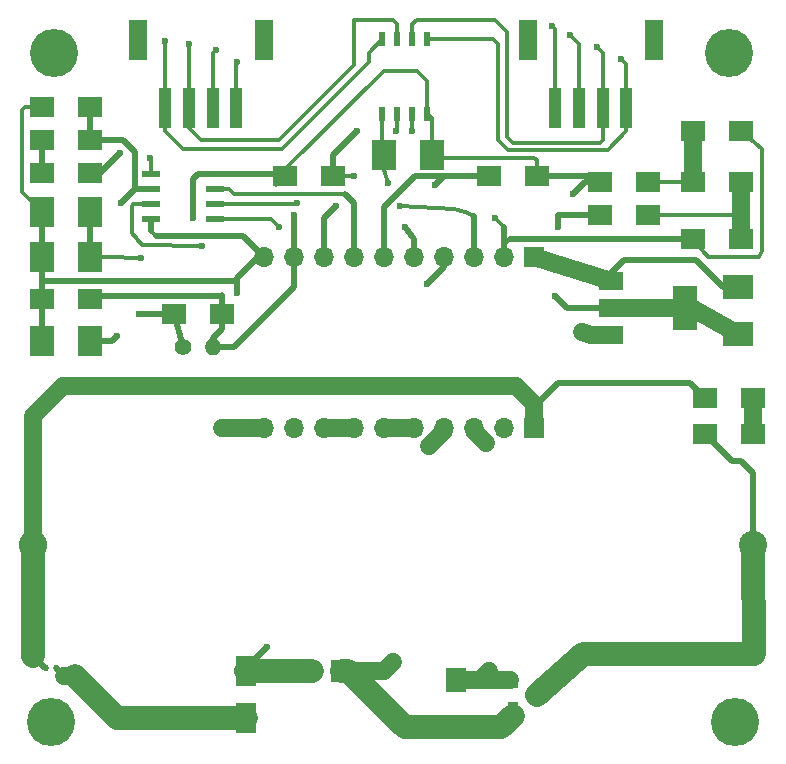
<source format=gbr>
G04 #@! TF.FileFunction,Copper,L1,Top,Signal*
%FSLAX46Y46*%
G04 Gerber Fmt 4.6, Leading zero omitted, Abs format (unit mm)*
G04 Created by KiCad (PCBNEW 4.0.7) date 11/13/17 23:34:04*
%MOMM*%
%LPD*%
G01*
G04 APERTURE LIST*
%ADD10C,0.100000*%
%ADD11C,4.064000*%
%ADD12R,2.500000X2.000000*%
%ADD13R,2.000000X2.500000*%
%ADD14R,1.000000X3.500000*%
%ADD15R,1.500000X3.400000*%
%ADD16R,2.000000X1.700000*%
%ADD17R,1.700000X2.000000*%
%ADD18R,2.000000X3.800000*%
%ADD19R,2.000000X1.500000*%
%ADD20R,1.550000X0.600000*%
%ADD21R,0.400000X0.600000*%
%ADD22R,0.900000X0.800000*%
%ADD23R,0.508000X1.143000*%
%ADD24C,1.400000*%
%ADD25O,1.400000X1.400000*%
%ADD26R,1.700000X1.700000*%
%ADD27O,1.700000X1.700000*%
%ADD28R,1.850000X1.850000*%
%ADD29C,1.850000*%
%ADD30C,2.400000*%
%ADD31O,2.400000X2.400000*%
%ADD32R,1.800000X2.500000*%
%ADD33C,0.600000*%
%ADD34C,1.500000*%
%ADD35C,0.350000*%
%ADD36C,2.000000*%
%ADD37C,0.500000*%
G04 APERTURE END LIST*
D10*
D11*
X165862000Y-116078000D03*
X107950000Y-116078000D03*
X108204000Y-59436000D03*
D12*
X166116000Y-83280000D03*
X166116000Y-79280000D03*
D13*
X107220000Y-76708000D03*
X111220000Y-76708000D03*
X111220000Y-83820000D03*
X107220000Y-83820000D03*
X111220000Y-72898000D03*
X107220000Y-72898000D03*
X140176000Y-68072000D03*
X136176000Y-68072000D03*
D14*
X123650000Y-64089000D03*
X121650000Y-64089000D03*
X119650000Y-64089000D03*
X117650000Y-64089000D03*
D15*
X126000000Y-58339000D03*
X115300000Y-58339000D03*
D16*
X163354000Y-91694000D03*
X167354000Y-91694000D03*
X118396000Y-81534000D03*
X122396000Y-81534000D03*
X111220000Y-80264000D03*
X107220000Y-80264000D03*
X111220000Y-69596000D03*
X107220000Y-69596000D03*
X107220000Y-66802000D03*
X111220000Y-66802000D03*
X111220000Y-64008000D03*
X107220000Y-64008000D03*
X127794000Y-69850000D03*
X131794000Y-69850000D03*
D17*
X142240000Y-112554000D03*
X142240000Y-116554000D03*
D16*
X145066000Y-69850000D03*
X149066000Y-69850000D03*
D18*
X161646000Y-81026000D03*
D19*
X155346000Y-81026000D03*
X155346000Y-83326000D03*
X155346000Y-78726000D03*
D20*
X116426000Y-69723000D03*
X116426000Y-70993000D03*
X116426000Y-72263000D03*
X116426000Y-73533000D03*
X121826000Y-73533000D03*
X121826000Y-72263000D03*
X121826000Y-70993000D03*
X121826000Y-69723000D03*
D21*
X107500000Y-111506000D03*
X108400000Y-111506000D03*
D22*
X147082000Y-112842000D03*
X147082000Y-114742000D03*
X149082000Y-113792000D03*
D16*
X154464000Y-70358000D03*
X158464000Y-70358000D03*
D23*
X139827000Y-64643000D03*
X138557000Y-64643000D03*
X137287000Y-64643000D03*
X136017000Y-64643000D03*
X136017000Y-58293000D03*
X137287000Y-58293000D03*
X138557000Y-58293000D03*
X139827000Y-58293000D03*
D14*
X156670000Y-64089000D03*
X154670000Y-64089000D03*
X152670000Y-64089000D03*
X150670000Y-64089000D03*
D15*
X159020000Y-58339000D03*
X148320000Y-58339000D03*
D16*
X158464000Y-73152000D03*
X154464000Y-73152000D03*
X162338000Y-70358000D03*
X166338000Y-70358000D03*
D24*
X119126000Y-84328000D03*
D25*
X121666000Y-84328000D03*
D26*
X148844000Y-91186000D03*
D27*
X146304000Y-91186000D03*
X143764000Y-91186000D03*
X141224000Y-91186000D03*
X138684000Y-91186000D03*
X136144000Y-91186000D03*
X133604000Y-91186000D03*
X131064000Y-91186000D03*
X128524000Y-91186000D03*
X125984000Y-91186000D03*
D26*
X148844000Y-76708000D03*
D27*
X146304000Y-76708000D03*
X143764000Y-76708000D03*
X141224000Y-76708000D03*
X138684000Y-76708000D03*
X136144000Y-76708000D03*
X133604000Y-76708000D03*
X131064000Y-76708000D03*
X128524000Y-76708000D03*
X125984000Y-76708000D03*
D16*
X167354000Y-88646000D03*
X163354000Y-88646000D03*
X166338000Y-66040000D03*
X162338000Y-66040000D03*
X166338000Y-75184000D03*
X162338000Y-75184000D03*
D28*
X132588000Y-111760000D03*
D29*
X130088000Y-111760000D03*
D30*
X167386000Y-101092000D03*
D31*
X106426000Y-101092000D03*
D32*
X124460000Y-115792000D03*
X124460000Y-111792000D03*
D11*
X165354000Y-59436000D03*
D33*
X122428000Y-91186000D03*
X136906000Y-110998000D03*
X120015000Y-73406000D03*
X115443000Y-81534000D03*
X152146000Y-71374000D03*
X152908000Y-83058000D03*
X115570000Y-76835000D03*
X145542000Y-73406000D03*
X128778000Y-72136000D03*
X126238000Y-109728000D03*
X144780000Y-92456000D03*
X113919000Y-72136000D03*
X113538000Y-83439000D03*
X156210000Y-59944000D03*
X123698000Y-60198000D03*
X154178000Y-58928000D03*
X121920000Y-59182000D03*
X151892000Y-57912000D03*
X119634000Y-58674000D03*
X150368000Y-57150000D03*
X117602000Y-58420000D03*
X136525000Y-70485000D03*
X150876000Y-74168000D03*
X123698000Y-79756000D03*
X150622000Y-80010000D03*
X139954000Y-92710000D03*
X145034000Y-111760000D03*
X113792000Y-67945000D03*
X137541000Y-72390000D03*
X139827000Y-78994000D03*
X120777000Y-75819000D03*
X137922000Y-74168000D03*
X127254000Y-74168000D03*
X140462000Y-70612000D03*
X138557000Y-66040000D03*
X137160000Y-66040000D03*
X133858000Y-66040000D03*
X133604000Y-69850000D03*
X132080000Y-72390000D03*
X116332000Y-68326000D03*
X128524000Y-73152000D03*
D34*
X132588000Y-111760000D02*
X136144000Y-111760000D01*
X122428000Y-91186000D02*
X125984000Y-91186000D01*
X136144000Y-111760000D02*
X136906000Y-110998000D01*
D35*
X147082000Y-114742000D02*
X147082000Y-115554000D01*
D36*
X146082000Y-116554000D02*
X142240000Y-116554000D01*
X147082000Y-115554000D02*
X146082000Y-116554000D01*
X132588000Y-111760000D02*
X133096000Y-111760000D01*
X137890000Y-116554000D02*
X142240000Y-116554000D01*
X133096000Y-111760000D02*
X137890000Y-116554000D01*
D35*
X147082000Y-114742000D02*
X146878000Y-114742000D01*
D34*
X106426000Y-90170000D02*
X106426000Y-101092000D01*
X108966000Y-87630000D02*
X106426000Y-90170000D01*
X147320000Y-87630000D02*
X108966000Y-87630000D01*
D37*
X163354000Y-88646000D02*
X163322000Y-88646000D01*
X163322000Y-88646000D02*
X162052000Y-87376000D01*
X162052000Y-87376000D02*
X150876000Y-87376000D01*
X107500000Y-111506000D02*
X107442000Y-111506000D01*
X107442000Y-111506000D02*
X106426000Y-110490000D01*
D36*
X106426000Y-110490000D02*
X106426000Y-101092000D01*
D34*
X148844000Y-91186000D02*
X148844000Y-89154000D01*
X148844000Y-89154000D02*
X147320000Y-87630000D01*
D37*
X148844000Y-89408000D02*
X148844000Y-91186000D01*
X150876000Y-87376000D02*
X148844000Y-89408000D01*
X121826000Y-69723000D02*
X120396000Y-69723000D01*
X120015000Y-70104000D02*
X120015000Y-73406000D01*
X120396000Y-69723000D02*
X120015000Y-70104000D01*
X118396000Y-81534000D02*
X115443000Y-81534000D01*
X153162000Y-70358000D02*
X154464000Y-70358000D01*
X152146000Y-71374000D02*
X153162000Y-70358000D01*
X149066000Y-69850000D02*
X153956000Y-69850000D01*
D35*
X153956000Y-69850000D02*
X154464000Y-70358000D01*
X149066000Y-69850000D02*
X149066000Y-68548000D01*
X148844000Y-68326000D02*
X140430000Y-68326000D01*
X149066000Y-68548000D02*
X148844000Y-68326000D01*
X140430000Y-68326000D02*
X140176000Y-68072000D01*
X127794000Y-69850000D02*
X127794000Y-69310000D01*
X127794000Y-69310000D02*
X136144000Y-60960000D01*
X139827000Y-61849000D02*
X139827000Y-64643000D01*
X138938000Y-60960000D02*
X139827000Y-61849000D01*
X136144000Y-60960000D02*
X138938000Y-60960000D01*
X140938000Y-68834000D02*
X140176000Y-68072000D01*
D37*
X111220000Y-72898000D02*
X111220000Y-76708000D01*
D35*
X140176000Y-68072000D02*
X140176000Y-64992000D01*
X140176000Y-64992000D02*
X139827000Y-64643000D01*
X140430000Y-68326000D02*
X140176000Y-68072000D01*
D37*
X121826000Y-69723000D02*
X127667000Y-69723000D01*
D35*
X127667000Y-69723000D02*
X127794000Y-69850000D01*
X127794000Y-69850000D02*
X127794000Y-69564000D01*
X127286000Y-70358000D02*
X127794000Y-69850000D01*
X154210000Y-70104000D02*
X154464000Y-70358000D01*
X141097000Y-68993000D02*
X140176000Y-68072000D01*
X111220000Y-72898000D02*
X111220000Y-73628000D01*
D34*
X155346000Y-83326000D02*
X153656000Y-83326000D01*
X153656000Y-83326000D02*
X152908000Y-83058000D01*
D37*
X153924000Y-70358000D02*
X154464000Y-70358000D01*
D35*
X127032000Y-70612000D02*
X127794000Y-69850000D01*
X115570000Y-76835000D02*
X112776000Y-76708000D01*
X112776000Y-76708000D02*
X111220000Y-76708000D01*
X111220000Y-72898000D02*
X112014000Y-72898000D01*
X112014000Y-72898000D02*
X111920000Y-72992000D01*
X155346000Y-83326000D02*
X155346000Y-83464000D01*
X119126000Y-84328000D02*
X119126000Y-84296000D01*
D37*
X119126000Y-84296000D02*
X118396000Y-81534000D01*
D36*
X124460000Y-115792000D02*
X113570000Y-115792000D01*
D37*
X109098000Y-112204000D02*
X108400000Y-111506000D01*
D34*
X109982000Y-112204000D02*
X109098000Y-112204000D01*
D36*
X113570000Y-115792000D02*
X109982000Y-112204000D01*
D34*
X167354000Y-88646000D02*
X167354000Y-91694000D01*
D35*
X167354000Y-91694000D02*
X167354000Y-91218000D01*
X121826000Y-72263000D02*
X128651000Y-72263000D01*
D37*
X146304000Y-74168000D02*
X146304000Y-76708000D01*
D35*
X145542000Y-73406000D02*
X146304000Y-74168000D01*
X128651000Y-72263000D02*
X128778000Y-72136000D01*
X146304000Y-76708000D02*
X146304000Y-75692000D01*
D37*
X146812000Y-75184000D02*
X162338000Y-75184000D01*
D35*
X146304000Y-75692000D02*
X146812000Y-75184000D01*
X162338000Y-75184000D02*
X162338000Y-75216000D01*
X162338000Y-75216000D02*
X163576000Y-76708000D01*
X163576000Y-76708000D02*
X167894000Y-76708000D01*
X167894000Y-76708000D02*
X168148000Y-76200000D01*
X168148000Y-76200000D02*
X168148000Y-67564000D01*
X168148000Y-67564000D02*
X166338000Y-66040000D01*
X158464000Y-73152000D02*
X166338000Y-73152000D01*
X166338000Y-73152000D02*
X165862000Y-73152000D01*
X165862000Y-73152000D02*
X166338000Y-73152000D01*
D34*
X166338000Y-70358000D02*
X166338000Y-73152000D01*
X166338000Y-73152000D02*
X166338000Y-75184000D01*
D37*
X143764000Y-91186000D02*
X143764000Y-91440000D01*
D34*
X143764000Y-91440000D02*
X144780000Y-92456000D01*
D37*
X126238000Y-109728000D02*
X124460000Y-111506000D01*
X124460000Y-111506000D02*
X124460000Y-111792000D01*
D36*
X124460000Y-111792000D02*
X130056000Y-111792000D01*
D35*
X130056000Y-111792000D02*
X130088000Y-111760000D01*
D37*
X167386000Y-101092000D02*
X167386000Y-94996000D01*
X165640000Y-93980000D02*
X163354000Y-91694000D01*
X166370000Y-93980000D02*
X165640000Y-93980000D01*
X167386000Y-94996000D02*
X166370000Y-93980000D01*
D35*
X164084000Y-92424000D02*
X163354000Y-91694000D01*
D36*
X149082000Y-113792000D02*
X153035000Y-110363000D01*
X153035000Y-110363000D02*
X167513000Y-110363000D01*
X167513000Y-110363000D02*
X167386000Y-101092000D01*
X167354000Y-101060000D02*
X167386000Y-101092000D01*
D35*
X149082000Y-113792000D02*
X149098000Y-113792000D01*
D37*
X111220000Y-83820000D02*
X113157000Y-83820000D01*
X113919000Y-72136000D02*
X115062000Y-70993000D01*
X113157000Y-83820000D02*
X113538000Y-83439000D01*
X115062000Y-70993000D02*
X116426000Y-70993000D01*
X111220000Y-66802000D02*
X114046000Y-66802000D01*
X115062000Y-67818000D02*
X115062000Y-70993000D01*
X114046000Y-66802000D02*
X115062000Y-67818000D01*
D35*
X111220000Y-66802000D02*
X110998000Y-66802000D01*
D37*
X115062000Y-70993000D02*
X116426000Y-70993000D01*
X111220000Y-66802000D02*
X111220000Y-64008000D01*
D35*
X158464000Y-70358000D02*
X162338000Y-70358000D01*
D34*
X162338000Y-70358000D02*
X162338000Y-66040000D01*
D35*
X156670000Y-64089000D02*
X156670000Y-66088000D01*
X145415000Y-58293000D02*
X139827000Y-58293000D01*
X145796000Y-58674000D02*
X145415000Y-58293000D01*
X145796000Y-66802000D02*
X145796000Y-58674000D01*
X146650002Y-67656002D02*
X145796000Y-66802000D01*
X155101998Y-67656002D02*
X146650002Y-67656002D01*
X156670000Y-66088000D02*
X155101998Y-67656002D01*
X123650000Y-64089000D02*
X123650000Y-60246000D01*
X156670000Y-60404000D02*
X156670000Y-64089000D01*
X156210000Y-59944000D02*
X156670000Y-60404000D01*
X123650000Y-60246000D02*
X123698000Y-60198000D01*
X138557000Y-58293000D02*
X138557000Y-57023000D01*
X154670000Y-66818000D02*
X154670000Y-64089000D01*
X154432000Y-67056000D02*
X154670000Y-66818000D01*
X147066000Y-67056000D02*
X154432000Y-67056000D01*
X146558000Y-66548000D02*
X147066000Y-67056000D01*
X146558000Y-57658000D02*
X146558000Y-66548000D01*
X145542000Y-56642000D02*
X146558000Y-57658000D01*
X138938000Y-56642000D02*
X145542000Y-56642000D01*
X138557000Y-57023000D02*
X138938000Y-56642000D01*
X121650000Y-64089000D02*
X121650000Y-59452000D01*
X154670000Y-59420000D02*
X154670000Y-64089000D01*
X154178000Y-58928000D02*
X154670000Y-59420000D01*
X121650000Y-59452000D02*
X121920000Y-59182000D01*
X119650000Y-64089000D02*
X119650000Y-65802000D01*
X119650000Y-65802000D02*
X120650000Y-66802000D01*
X137287000Y-57023000D02*
X137287000Y-58293000D01*
X136906000Y-56642000D02*
X137287000Y-57023000D01*
X133604000Y-56642000D02*
X136906000Y-56642000D01*
X133604000Y-60452000D02*
X133604000Y-56642000D01*
X127254000Y-66802000D02*
X133604000Y-60452000D01*
X120650000Y-66802000D02*
X127254000Y-66802000D01*
X119650000Y-64089000D02*
X119650000Y-58690000D01*
X152670000Y-58690000D02*
X152670000Y-64089000D01*
X151892000Y-57912000D02*
X152670000Y-58690000D01*
X119650000Y-58690000D02*
X119634000Y-58674000D01*
X117650000Y-64089000D02*
X117650000Y-66088000D01*
X134874000Y-59436000D02*
X136017000Y-58293000D01*
X134874000Y-60198000D02*
X134874000Y-59436000D01*
X127508000Y-67564000D02*
X134874000Y-60198000D01*
X119126000Y-67564000D02*
X127508000Y-67564000D01*
X117650000Y-66088000D02*
X119126000Y-67564000D01*
X117650000Y-64089000D02*
X117650000Y-58468000D01*
X150670000Y-57452000D02*
X150670000Y-64089000D01*
X150368000Y-57150000D02*
X150670000Y-57452000D01*
X117650000Y-58468000D02*
X117602000Y-58420000D01*
D37*
X107220000Y-69596000D02*
X107220000Y-66802000D01*
D35*
X107220000Y-64008000D02*
X105791000Y-64008000D01*
X105537000Y-71215000D02*
X107220000Y-72898000D01*
X105537000Y-64262000D02*
X105537000Y-71215000D01*
X105791000Y-64008000D02*
X105537000Y-64262000D01*
D37*
X107220000Y-76708000D02*
X107220000Y-72898000D01*
X107220000Y-83820000D02*
X107220000Y-80264000D01*
D35*
X136176000Y-69374000D02*
X136176000Y-68072000D01*
X136525000Y-70485000D02*
X136176000Y-69374000D01*
D37*
X150876000Y-73152000D02*
X154464000Y-73152000D01*
X150876000Y-74168000D02*
X150876000Y-73152000D01*
X116426000Y-73533000D02*
X116426000Y-74516000D01*
X124206000Y-74930000D02*
X125984000Y-76708000D01*
X116840000Y-74930000D02*
X124206000Y-74930000D01*
D35*
X116426000Y-74516000D02*
X116840000Y-74930000D01*
D37*
X107220000Y-78740000D02*
X123698000Y-78740000D01*
D35*
X136017000Y-64643000D02*
X136017000Y-67913000D01*
X136017000Y-67913000D02*
X136176000Y-68072000D01*
D37*
X125984000Y-76708000D02*
X125476000Y-76708000D01*
X125476000Y-76708000D02*
X123698000Y-78486000D01*
X123698000Y-78486000D02*
X123698000Y-78740000D01*
X151638000Y-81026000D02*
X155346000Y-81026000D01*
X123698000Y-78740000D02*
X123698000Y-79756000D01*
X150622000Y-80010000D02*
X151638000Y-81026000D01*
D35*
X107220000Y-64008000D02*
X106426000Y-64008000D01*
D37*
X107220000Y-80264000D02*
X107220000Y-78740000D01*
X107220000Y-78740000D02*
X107220000Y-76708000D01*
D35*
X161646000Y-81026000D02*
X161646000Y-81890000D01*
D34*
X161646000Y-81890000D02*
X162020000Y-80994000D01*
X162020000Y-80994000D02*
X166116000Y-83280000D01*
X155346000Y-81026000D02*
X161646000Y-81026000D01*
D37*
X155346000Y-78726000D02*
X155346000Y-78080000D01*
X155346000Y-78080000D02*
X156464000Y-76962000D01*
X162560000Y-76962000D02*
X164878000Y-79280000D01*
X156464000Y-76962000D02*
X162560000Y-76962000D01*
X164878000Y-79280000D02*
X166116000Y-79280000D01*
D34*
X148844000Y-76708000D02*
X155332000Y-78740000D01*
D35*
X155332000Y-78740000D02*
X155346000Y-78726000D01*
D37*
X142240000Y-112554000D02*
X144240000Y-112554000D01*
D34*
X139954000Y-92710000D02*
X141224000Y-91440000D01*
X144240000Y-112554000D02*
X145034000Y-111760000D01*
D37*
X141224000Y-91440000D02*
X141224000Y-91186000D01*
D34*
X142240000Y-112554000D02*
X146794000Y-112554000D01*
D35*
X146794000Y-112554000D02*
X147082000Y-112842000D01*
D34*
X136144000Y-91186000D02*
X138684000Y-91186000D01*
X131064000Y-91186000D02*
X133604000Y-91186000D01*
D35*
X111220000Y-69596000D02*
X112141000Y-69596000D01*
D37*
X112141000Y-69596000D02*
X113792000Y-67945000D01*
D35*
X137541000Y-72390000D02*
X142113000Y-72644000D01*
X142113000Y-72644000D02*
X143002000Y-72898000D01*
X143002000Y-72898000D02*
X143764000Y-73279000D01*
D37*
X143764000Y-73279000D02*
X143764000Y-76708000D01*
D35*
X143732000Y-76676000D02*
X143764000Y-76708000D01*
X116426000Y-72263000D02*
X114935000Y-72263000D01*
X141224000Y-77597000D02*
X141224000Y-76708000D01*
D37*
X139827000Y-78994000D02*
X141224000Y-77597000D01*
D35*
X115697000Y-75692000D02*
X120777000Y-75819000D01*
X114786850Y-74695313D02*
X115697000Y-75692000D01*
X114808000Y-72390000D02*
X114786850Y-74695313D01*
X114935000Y-72263000D02*
X114808000Y-72390000D01*
X121826000Y-73533000D02*
X126619000Y-73533000D01*
D37*
X138684000Y-75184000D02*
X138684000Y-76708000D01*
X137922000Y-74168000D02*
X138684000Y-75184000D01*
D35*
X126619000Y-73533000D02*
X127254000Y-74168000D01*
X138557000Y-64643000D02*
X138557000Y-66040000D01*
X141224000Y-69850000D02*
X145066000Y-69850000D01*
D37*
X140462000Y-70612000D02*
X141224000Y-69850000D01*
X145066000Y-69850000D02*
X138811000Y-69850000D01*
X136144000Y-72517000D02*
X136144000Y-76708000D01*
X138811000Y-69850000D02*
X136144000Y-72517000D01*
D35*
X121826000Y-70993000D02*
X123063000Y-70993000D01*
D37*
X133604000Y-72136000D02*
X133604000Y-76708000D01*
X132842000Y-71374000D02*
X133604000Y-72136000D01*
D35*
X123444000Y-71374000D02*
X132842000Y-71374000D01*
X123063000Y-70993000D02*
X123444000Y-71374000D01*
D37*
X131794000Y-69850000D02*
X131794000Y-68104000D01*
D35*
X137287000Y-65913000D02*
X137287000Y-64643000D01*
X137160000Y-66040000D02*
X137287000Y-65913000D01*
D37*
X131794000Y-68104000D02*
X133858000Y-66040000D01*
D35*
X131794000Y-69850000D02*
X133604000Y-69850000D01*
X131794000Y-69850000D02*
X131826000Y-69850000D01*
D37*
X131064000Y-76708000D02*
X131064000Y-73406000D01*
X131064000Y-73406000D02*
X132080000Y-72390000D01*
X122396000Y-81534000D02*
X122396000Y-79978000D01*
X122364000Y-80010000D02*
X111474000Y-80010000D01*
X122396000Y-79978000D02*
X122364000Y-80010000D01*
X111474000Y-80010000D02*
X111220000Y-80264000D01*
X121666000Y-84328000D02*
X121666000Y-83566000D01*
X122396000Y-82836000D02*
X122396000Y-81534000D01*
X121666000Y-83566000D02*
X122396000Y-82836000D01*
X128524000Y-76708000D02*
X128524000Y-73152000D01*
D35*
X116426000Y-68420000D02*
X116426000Y-69723000D01*
X116332000Y-68326000D02*
X116426000Y-68420000D01*
D37*
X121666000Y-84328000D02*
X123444000Y-84328000D01*
X128524000Y-79248000D02*
X128524000Y-76708000D01*
X123444000Y-84328000D02*
X128524000Y-79248000D01*
M02*

</source>
